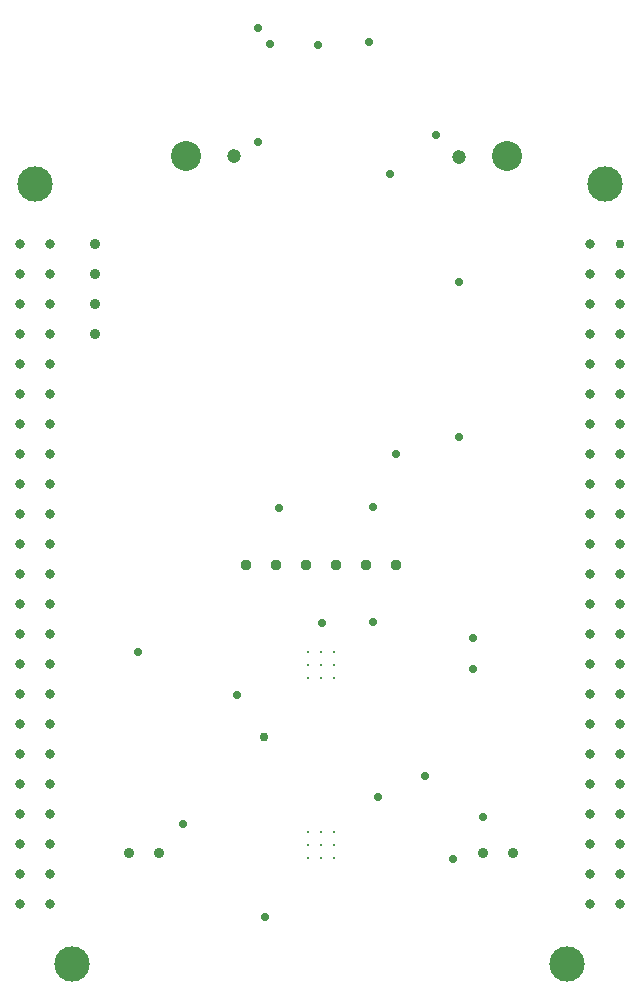
<source format=gbr>
G04 Layer_Color=0*
%FSLAX26Y26*%
%MOIN*%
%TF.FileFunction,Plated,1,4,PTH,Drill*%
%TF.Part,Single*%
G01*
G75*
%TA.AperFunction,ComponentDrill*%
%ADD62C,0.118110*%
%ADD63C,0.031496*%
%ADD64C,0.030000*%
%TA.AperFunction,OtherDrill,Pad Free-2 (714.614mil,-1643mil)*%
%ADD65C,0.030000*%
%TA.AperFunction,ComponentDrill*%
%ADD66C,0.100000*%
%ADD67C,0.047000*%
%ADD68C,0.035433*%
%ADD69C,0.035827*%
%ADD70C,0.037402*%
%TA.AperFunction,ViaDrill,NotFilled*%
%ADD71C,0.028000*%
%ADD72C,0.010000*%
D62*
X1850000Y200000D02*
D03*
X-50000D02*
D03*
X75000Y-2400000D02*
D03*
X1725000D02*
D03*
D63*
X1800000Y0D02*
D03*
Y-100000D02*
D03*
Y-200000D02*
D03*
Y-300000D02*
D03*
Y-400000D02*
D03*
Y-500000D02*
D03*
Y-600000D02*
D03*
Y-700000D02*
D03*
Y-800000D02*
D03*
Y-900000D02*
D03*
Y-1000000D02*
D03*
Y-1100000D02*
D03*
Y-1200000D02*
D03*
Y-1300000D02*
D03*
Y-1400000D02*
D03*
Y-1500000D02*
D03*
Y-1600000D02*
D03*
Y-1700000D02*
D03*
Y-1800000D02*
D03*
Y-1900000D02*
D03*
Y-2000000D02*
D03*
Y-2100000D02*
D03*
Y-2200000D02*
D03*
X1900000Y-100000D02*
D03*
Y-200000D02*
D03*
Y-300000D02*
D03*
Y-400000D02*
D03*
Y-500000D02*
D03*
Y-600000D02*
D03*
Y-700000D02*
D03*
Y-800000D02*
D03*
Y-900000D02*
D03*
Y-1000000D02*
D03*
Y-1100000D02*
D03*
Y-1200000D02*
D03*
Y-1300000D02*
D03*
Y-1400000D02*
D03*
Y-1500000D02*
D03*
Y-1600000D02*
D03*
Y-1700000D02*
D03*
Y-1800000D02*
D03*
Y-1900000D02*
D03*
Y-2000000D02*
D03*
Y-2100000D02*
D03*
Y-2200000D02*
D03*
X0Y0D02*
D03*
X-100000D02*
D03*
Y-100000D02*
D03*
Y-200000D02*
D03*
Y-300000D02*
D03*
Y-400000D02*
D03*
Y-500000D02*
D03*
Y-600000D02*
D03*
Y-700000D02*
D03*
Y-800000D02*
D03*
Y-900000D02*
D03*
Y-1000000D02*
D03*
Y-1100000D02*
D03*
Y-1200000D02*
D03*
Y-1300000D02*
D03*
Y-1400000D02*
D03*
Y-1500000D02*
D03*
Y-1600000D02*
D03*
Y-1700000D02*
D03*
Y-1800000D02*
D03*
Y-1900000D02*
D03*
Y-2000000D02*
D03*
Y-2100000D02*
D03*
Y-2200000D02*
D03*
X0Y-100000D02*
D03*
Y-200000D02*
D03*
Y-300000D02*
D03*
Y-400000D02*
D03*
Y-500000D02*
D03*
Y-600000D02*
D03*
Y-700000D02*
D03*
Y-800000D02*
D03*
Y-900000D02*
D03*
Y-1000000D02*
D03*
Y-1100000D02*
D03*
Y-1200000D02*
D03*
Y-1300000D02*
D03*
Y-1400000D02*
D03*
Y-1500000D02*
D03*
Y-1600000D02*
D03*
Y-1700000D02*
D03*
Y-1800000D02*
D03*
Y-1900000D02*
D03*
Y-2000000D02*
D03*
Y-2100000D02*
D03*
Y-2200000D02*
D03*
D64*
X1900000Y0D02*
D03*
D65*
X714614Y-1643000D02*
D03*
D66*
X1524200Y293000D02*
D03*
X451800D02*
D03*
D67*
X613700D02*
D03*
X1362300Y291400D02*
D03*
D68*
X150000Y0D02*
D03*
Y-100000D02*
D03*
Y-200000D02*
D03*
Y-300000D02*
D03*
D69*
X262449Y-2027897D02*
D03*
X362449D02*
D03*
X1443551D02*
D03*
X1543551D02*
D03*
D70*
X1153000Y-1069000D02*
D03*
X1053000D02*
D03*
X953000D02*
D03*
X853000D02*
D03*
X753000D02*
D03*
X653000D02*
D03*
D71*
X734000Y668000D02*
D03*
X695000Y722000D02*
D03*
X895000Y666000D02*
D03*
X1064000Y675000D02*
D03*
X717566Y-2243000D02*
D03*
X695000Y340000D02*
D03*
X1093000Y-1843000D02*
D03*
X1250078Y-1773000D02*
D03*
X623000Y-1503000D02*
D03*
X906000Y-1263000D02*
D03*
X1288000Y363000D02*
D03*
X443000Y-1933063D02*
D03*
X293000Y-1357874D02*
D03*
X763000Y-878000D02*
D03*
X1345000Y-2050000D02*
D03*
X1077928Y-1257598D02*
D03*
Y-875000D02*
D03*
X1362688Y-642598D02*
D03*
X1153000Y-698779D02*
D03*
X1365000Y-125000D02*
D03*
X1135000Y235000D02*
D03*
X1410000Y-1311000D02*
D03*
Y-1414000D02*
D03*
X1443766Y-1909000D02*
D03*
D72*
X946307Y-1959693D02*
D03*
X903000D02*
D03*
X859693D02*
D03*
X946307Y-2003000D02*
D03*
X903000D02*
D03*
X859693D02*
D03*
X946307Y-2046307D02*
D03*
X903000D02*
D03*
X859693D02*
D03*
Y-1444488D02*
D03*
X903000D02*
D03*
X946307D02*
D03*
X859693Y-1401181D02*
D03*
X903000D02*
D03*
X946307D02*
D03*
X859693Y-1357874D02*
D03*
X903000D02*
D03*
X946307D02*
D03*
%TF.MD5,97146771caf7265d9d5bfb8d29a07186*%
M02*

</source>
